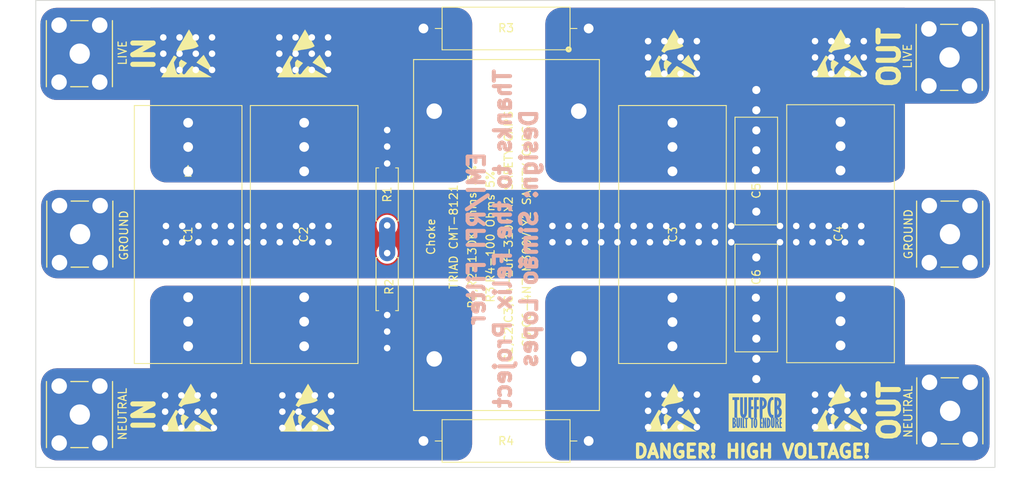
<source format=kicad_pcb>
(kicad_pcb (version 20211014) (generator pcbnew)
  (layers (0 "F.Cu" signal) (31 "B.Cu" signal) (34 "B.Paste" user) (35 "F.Paste" user) (36 "B.SilkS" user "B.Silkscreen") (37 "F.SilkS" user "F.Silkscreen") (38 "B.Mask" user) (39 "F.Mask" user) (44 "Edge.Cuts" user))
  (net 0 "")
  (net 1 "/HOT")
  (net 2 "Net-(C3-Pad1)")
  (net 3 "/NEUTRAL")
  (net 4 "Net-(C3-Pad2)")
  (net 5 "/EARTH")
  (net 6 "Net-(R1-Pad2)")
  (footprint "" (layer "F.Cu") (at 70.8152 113.1288)
    (fp_text reference "" (at 0 0) (layer "F.SilkS") (effects (font (size 1.27 1.27))))
    (fp_text value "" (at 0 0) (layer "F.SilkS") (effects (font (size 1.27 1.27))))
    (pad "1" thru_hole circle locked (at 0 0 270) (size 2.4 2.4) (drill 1.2) (layers *.Cu *.Mask) (net 3 "/NEUTRAL"))
  )
  (footprint "" (layer "F.Cu") (at 81.026 92.5576)
    (fp_text reference "" (at 0 0) (layer "F.SilkS") (effects (font (size 1.27 1.27))))
    (fp_text value "" (at 0 0) (layer "F.SilkS") (effects (font (size 1.27 1.27))))
    (pad "1" thru_hole circle locked (at 0 0 270) (size 1.6 1.6) (drill 0.8) (layers *.Cu *.Mask) (net 1 "/HOT"))
  )
  (footprint "MountingHole:MountingHole_3.2mm_M3" (layer "F.Cu") (at 149.84095 94.488427)
    (fp_text reference "REF**" hide)
    (fp_text value "MountingHole_3.2mm_M3")
    (pad "" np_thru_hole circle locked (at 0 0) (size 3.2 3.2) (drill 3.2) (layers *.Cu *.Mask))
  )
  (footprint "" (layer "F.Cu") (at 70.8152 94.6376)
    (fp_text reference "" (at 0 0) (layer "F.SilkS") (effects (font (size 1.27 1.27))))
    (fp_text value "" (at 0 0) (layer "F.SilkS") (effects (font (size 1.27 1.27))))
    (pad "1" thru_hole circle locked (at 0 0 270) (size 2.4 2.4) (drill 1.2) (layers *.Cu *.Mask) (net 1 "/HOT"))
  )
  (footprint "" (layer "F.Cu") (at 81.026 94.5896)
    (fp_text reference "" (at 0 0) (layer "F.SilkS") (effects (font (size 1.27 1.27))))
    (fp_text value "" (at 0 0) (layer "F.SilkS") (effects (font (size 1.27 1.27))))
    (pad "1" thru_hole circle locked (at 0 0 270) (size 1.6 1.6) (drill 0.8) (layers *.Cu *.Mask) (net 1 "/HOT"))
  )
  (footprint "Custom Library:M4_Screw_Terminal" (layer "F.Cu") (at 40.67175 131.064 90)
    (fp_text reference "J3" hide)
    (fp_text value "Screw_Terminal_01x01" hide)
    (fp_text user "NEUTRAL" (at 3.5664 7.79145 90) (layer "F.SilkS"))
    (pad "1" thru_hole circle locked (at 7.0104 0 90) (size 3 3) (drill 1.905) (layers *.Cu *.Mask) (net 3 "/NEUTRAL"))
    (pad "1" thru_hole circle locked (at 0 5.0038 90) (size 3 3) (drill 1.905) (layers *.Cu *.Mask) (net 3 "/NEUTRAL"))
    (pad "1" thru_hole circle locked (at 0 0 90) (size 3 3) (drill 1.905) (layers *.Cu *.Mask) (net 3 "/NEUTRAL"))
    (pad "1" thru_hole circle locked (at 3.5 2.54 90) (size 5 5) (drill 2.5) (layers *.Cu *.Mask) (net 3 "/NEUTRAL"))
    (pad "1" thru_hole circle locked (at 7.0104 5.0038 90) (size 3 3) (drill 1.905) (layers *.Cu *.Mask) (net 3 "/NEUTRAL"))
  )
  (footprint "Symbol:ESD-Logo_6.6x6mm_SilkScreen" (layer "F.Cu") (at 116.13704 126.6952)
    (fp_text reference "REF**" hide)
    (fp_text value "ESD-Logo_6.6x6mm_SilkScreen" hide)
  )
  (footprint "" (layer "F.Cu") (at 70.8152 116.1288)
    (fp_text reference "" (at 0 0) (layer "F.SilkS") (effects (font (size 1.27 1.27))))
    (fp_text value "" (at 0 0) (layer "F.SilkS") (effects (font (size 1.27 1.27))))
    (pad "1" thru_hole circle locked (at 0 0 270) (size 2.4 2.4) (drill 1.2) (layers *.Cu *.Mask) (net 3 "/NEUTRAL"))
  )
  (footprint "" (layer "F.Cu") (at 126.4412 123.19)
    (fp_text reference "" (at 0 0) (layer "F.SilkS") (effects (font (size 1.27 1.27))))
    (fp_text value "" (at 0 0) (layer "F.SilkS") (effects (font (size 1.27 1.27))))
    (pad "2" thru_hole circle locked (at 0 0 270) (size 2 2) (drill 1) (layers *.Cu *.Mask) (net 4 "Net-(C3-Pad2)"))
  )
  (footprint "Resistor_THT:R_Axial_DIN0516_L15.5mm_D5.0mm_P20.32mm_Horizontal" (layer "F.Cu") (at 85.4964 80.0608)
    (fp_text reference "R3" (at 10.16 -0.0508) (layer "F.SilkS"))
    (fp_text value "R")
    (pad "1" thru_hole circle locked (at 0 0) (size 2.4 2.4) (drill 1.2) (layers *.Cu *.Mask) (net 1 "/HOT"))
    (pad "2" thru_hole oval locked (at 20.32 0) (size 2.4 2.4) (drill 1.2) (layers *.Cu *.Mask) (net 2 "Net-(C3-Pad1)"))
  )
  (footprint "" (layer "F.Cu") (at 56.5404 113.1288)
    (fp_text reference "" (at 0 0) (layer "F.SilkS") (effects (font (size 1.27 1.27))))
    (fp_text value "" (at 0 0) (layer "F.SilkS") (effects (font (size 1.27 1.27))))
    (pad "1" thru_hole circle locked (at 0 0 270) (size 2.4 2.4) (drill 1.2) (layers *.Cu *.Mask) (net 3 "/NEUTRAL"))
  )
  (footprint "Custom Library:IND_CMT-8121" (layer "F.Cu") (at 95.7072 105.473703 -90)
    (fp_text reference "TRIAD CMT-8121" (at 0.203199 6.5024 90) (layer "F.SilkS") (effects (font (size 1.002276 1.002276))))
    (fp_text value locked "Choke" (at 0.2032 9.2964 90) (layer "F.SilkS") (effects (font (size 1.001606 1.001606))))
    (pad "1" thru_hole circle locked (at -15.24 8.89 270) (size 2.8575 2.8575) (drill 1.905) (layers *.Cu *.Mask) (net 1 "/HOT"))
    (pad "2" thru_hole rect locked (at -15.24 -8.89 270) (size 2.8575 2.8575) (drill 1.905) (layers *.Cu *.Mask) (net 2 "Net-(C3-Pad1)"))
    (pad "3" thru_hole circle locked (at 15.24 8.89 270) (size 2.8575 2.8575) (drill 1.905) (layers *.Cu *.Mask) (net 3 "/NEUTRAL"))
    (pad "4" thru_hole circle locked (at 15.24 -8.89 270) (size 2.8575 2.8575) (drill 1.905) (layers *.Cu *.Mask) (net 4 "Net-(C3-Pad2)"))
  )
  (footprint "MountingHole:MountingHole_3.2mm_M3" (layer "F.Cu") (at 42.89425 116.459)
    (fp_text reference "REF**" hide)
    (fp_text value "MountingHole_3.2mm_M3")
    (pad "" np_thru_hole circle locked (at 0 0) (size 3.2 3.2) (drill 3.2) (layers *.Cu *.Mask))
  )
  (footprint "Symbol:ESD-Logo_6.6x6mm_SilkScreen" (layer "F.Cu") (at 136.67624 126.6952)
    (fp_text reference "REF**" hide)
    (fp_text value "ESD-Logo_6.6x6mm_SilkScreen" hide)
  )
  (footprint "" (layer "F.Cu") (at 126.4412 120.7008)
    (fp_text reference "" (at 0 0) (layer "F.SilkS") (effects (font (size 1.27 1.27))))
    (fp_text value "" (at 0 0) (layer "F.SilkS") (effects (font (size 1.27 1.27))))
    (pad "2" thru_hole circle locked (at 0 0 270) (size 2 2) (drill 1) (layers *.Cu *.Mask) (net 4 "Net-(C3-Pad2)"))
  )
  (footprint "Symbol:ESD-Logo_6.6x6mm_SilkScreen" (layer "F.Cu") (at 136.67624 83.1088)
    (fp_text reference "REF**" hide)
    (fp_text value "ESD-Logo_6.6x6mm_SilkScreen" hide)
  )
  (footprint "" (layer "F.Cu") (at 136.8044 113.0808)
    (fp_text reference "" (at 0 0) (layer "F.SilkS") (effects (font (size 1.27 1.27))))
    (fp_text value "" (at 0 0) (layer "F.SilkS") (effects (font (size 1.27 1.27))))
    (pad "2" thru_hole circle locked (at 0 0 270) (size 2.4 2.4) (drill 1.2) (layers *.Cu *.Mask) (net 4 "Net-(C3-Pad2)"))
  )
  (footprint "" (layer "F.Cu") (at 116.1288 97.6376)
    (fp_text reference "" (at 0 0) (layer "F.SilkS") (effects (font (size 1.27 1.27))))
    (fp_text value "" (at 0 0) (layer "F.SilkS") (effects (font (size 1.27 1.27))))
    (pad "1" thru_hole circle locked (at 0 0 270) (size 2.4 2.4) (drill 1.2) (layers *.Cu *.Mask) (net 2 "Net-(C3-Pad1)"))
  )
  (footprint "" (layer "F.Cu") (at 126.4412 115.7224)
    (fp_text reference "" (at 0 0) (layer "F.SilkS") (effects (font (size 1.27 1.27))))
    (fp_text value "" (at 0 0) (layer "F.SilkS") (effects (font (size 1.27 1.27))))
    (pad "2" thru_hole circle locked (at 0 0 270) (size 2 2) (drill 1) (layers *.Cu *.Mask) (net 4 "Net-(C3-Pad2)"))
  )
  (footprint "MountingHole:MountingHole_3.2mm_M3" (layer "F.Cu") (at 149.9108 116.2304)
    (fp_text reference "REF**" hide)
    (fp_text value "MountingHole_3.2mm_M3")
    (pad "" np_thru_hole circle locked (at 0 0) (size 3.2 3.2) (drill 3.2) (layers *.Cu *.Mask))
  )
  (footprint "Capacitor_THT:C_Rect_L31.5mm_W13.0mm_P27.50mm_MKS4" (layer "F.Cu") (at 56.5404 91.66 -90)
    (fp_text reference "C1" (at 13.75 0 90) (layer "F.SilkS"))
    (fp_text value "C")
    (pad "1" thru_hole circle locked (at 0 0 270) (size 2.4 2.4) (drill 1.2) (layers *.Cu *.Mask) (net 1 "/HOT"))
    (pad "2" thru_hole circle locked (at 27.5 0 270) (size 2.4 2.4) (drill 1.2) (layers *.Cu *.Mask) (net 3 "/NEUTRAL"))
  )
  (footprint "Capacitor_THT:C_Rect_L13.0mm_W5.0mm_P10.00mm_FKS3_FKP3_MKS4" (layer "F.Cu") (at 126.4412 108.2224 -90)
    (fp_text reference "C6" (at 2.42 0 90) (layer "F.SilkS"))
    (fp_text value "C")
    (pad "1" thru_hole circle locked (at 0 0 270) (size 2 2) (drill 1) (layers *.Cu *.Mask) (net 5 "/EARTH"))
    (pad "2" thru_hole circle locked (at 10 0 270) (size 2 2) (drill 1) (layers *.Cu *.Mask) (net 4 "Net-(C3-Pad2)"))
  )
  (footprint "Custom Library:M4_Screw_Terminal" (layer "F.Cu") (at 40.70985 108.8644 90)
    (fp_text reference "J5" hide)
    (fp_text value "Screw_Terminal_01x01" hide)
    (fp_text user "GROUND" (at 3.3476 7.9248 270) (layer "F.SilkS"))
    (pad "1" thru_hole circle locked (at 0 5.0038 90) (size 3 3) (drill 1.905) (layers *.Cu *.Mask) (net 5 "/EARTH"))
    (pad "1" thru_hole circle locked (at 3.5 2.54 90) (size 5 5) (drill 2.5) (layers *.Cu *.Mask) (net 5 "/EARTH"))
    (pad "1" thru_hole circle locked (at 7.0104 5.0038 90) (size 3 3) (drill 1.905) (layers *.Cu *.Mask) (net 5 "/EARTH"))
    (pad "1" thru_hole circle locked (at 0 0 90) (size 3 3) (drill 1.905) (layers *.Cu *.Mask) (net 5 "/EARTH"))
    (pad "1" thru_hole circle locked (at 7.0104 0 90) (size 3 3) (drill 1.905) (layers *.Cu *.Mask) (net 5 "/EARTH"))
  )
  (footprint "Custom Library:M4_Screw_Terminal" (layer "F.Cu") (at 147.6756 87.122855 90)
    (fp_text reference "J4" hide)
    (fp_text value "Screw_Terminal_01x01" hide)
    (fp_text user "LIVE" (at 3.6576 -2.62255 90) (layer "F.SilkS"))
    (pad "1" thru_hole circle locked (at 3.5 2.54 90) (size 5 5) (drill 2.5) (layers *.Cu *.Mask) (net 2 "Net-(C3-Pad1)"))
    (pad "1" thru_hole circle locked (at 7.0104 0 90) (size 3 3) (drill 1.905) (layers *.Cu *.Mask) (net 2 "Net-(C3-Pad1)"))
    (pad "1" thru_hole circle locked (at 0 0 90) (size 3 3) (drill 1.905) (layers *.Cu *.Mask) (net 2 "Net-(C3-Pad1)"))
    (pad "1" thru_hole circle locked (at 0 5.0038 90) (size 3 3) (drill 1.905) (layers *.Cu *.Mask) (net 2 "Net-(C3-Pad1)"))
    (pad "1" thru_hole circle locked (at 7.0104 5.0038 90) (size 3 3) (drill 1.905) (layers *.Cu *.Mask) (net 2 "Net-(C3-Pad1)"))
  )
  (footprint "" (layer "F.Cu") (at 56.5404 94.6404)
    (fp_text reference "" (at 0 0) (layer "F.SilkS") (effects (font (size 1.27 1.27))))
    (fp_text value "" (at 0 0) (layer "F.SilkS") (effects (font (size 1.27 1.27))))
    (pad "1" thru_hole circle locked (at 0 0 270) (size 2.4 2.4) (drill 1.2) (layers *.Cu *.Mask) (net 1 "/HOT"))
  )
  (footprint "" (layer "F.Cu") (at 126.3904 97.496)
    (fp_text reference "" (at 0 0) (layer "F.SilkS") (effects (font (size 1.27 1.27))))
    (fp_text value "" (at 0 0) (layer "F.SilkS") (effects (font (size 1.27 1.27))))
    (pad "1" thru_hole circle locked (at 0 0 270) (size 2 2) (drill 1) (layers *.Cu *.Mask) (net 2 "Net-(C3-Pad1)"))
  )
  (footprint "Symbol:ESD-Logo_6.6x6mm_SilkScreen" (layer "F.Cu") (at 116.13704 83.1088)
    (fp_text reference "REF**" hide)
    (fp_text value "ESD-Logo_6.6x6mm_SilkScreen" hide)
  )
  (footprint "Custom Library:Logo 7mm" (layer "F.Cu") (at 126.5428 127.3048)
    (fp_text reference "G***" hide)
    (fp_text value "LOGO" hide)
  )
  (footprint "" (layer "F.Cu") (at 56.5404 97.6404)
    (fp_text reference "1" (at 0 0) (layer "F.SilkS") (effects (font (size 1.27 1.27))))
    (fp_text value "" (at 0 0) (layer "F.SilkS") (effects (font (size 1.27 1.27))))
    (pad "1" thru_hole circle locked (at 0 0 270) (size 2.4 2.4) (drill 1.2) (layers *.Cu *.Mask) (net 1 "/HOT"))
  )
  (footprint "Custom Library:M4_Screw_Terminal" (layer "F.Cu") (at 147.747928 130.6068 90)
    (fp_text reference "J6" hide)
    (fp_text value "Screw_Terminal_01x01" hide)
    (fp_text user "NEUTRAL" (at 3.4036 -2.62255 90) (layer "F.SilkS"))
    (pad "1" thru_hole circle locked (at 0 0 90) (size 3 3) (drill 1.905) (layers *.Cu *.Mask) (net 4 "Net-(C3-Pad2)"))
    (pad "1" thru_hole circle locked (at 7.0104 5.0038 90) (size 3 3) (drill 1.905) (layers *.Cu *.Mask) (net 4 "Net-(C3-Pad2)"))
    (pad "1" thru_hole circle locked (at 0 5.0038 90) (size 3 3) (drill 1.905) (layers *.Cu *.Mask) (net 4 "Net-(C3-Pad2)"))
    (pad "1" thru_hole circle locked (at 7.0104 0 90) (size 3 3) (drill 1.905) (layers *.Cu *.Mask) (net 4 "Net-(C3-Pad2)"))
    (pad "1" thru_hole circle locked (at 3.5 2.54 90) (size 5 5) (drill 2.5) (layers *.Cu *.Mask) (net 4 "Net-(C3-Pad2)"))
  )
  (footprint "" (layer "F.Cu") (at 126.3904 113.1824)
    (fp_text reference "" (at 0 0) (layer "F.SilkS") (effects (font (size 1.27 1.27))))
    (fp_text value "" (at 0 0) (layer "F.SilkS") (effects (font (size 1.27 1.27))))
    (pad "2" thru_hole circle locked (at 0 0 270) (size 2 2) (drill 1) (layers *.Cu *.Mask) (net 4 "Net-(C3-Pad2)"))
  )
  (footprint "" (layer "F.Cu") (at 81.026 119.38)
    (fp_text reference "" (at 0 0) (layer "F.SilkS") (effects (font (size 1.27 1.27))))
    (fp_text value "" (at 0 0) (layer "F.SilkS") (effects (font (size 1.27 1.27))))
    (pad "2" thru_hole oval locked (at 0 0 270) (size 1.6 1.6) (drill 0.8) (layers *.Cu *.Mask) (net 3 "/NEUTRAL"))
  )
  (footprint "Symbol:ESD-Logo_6.6x6mm_SilkScreen" (layer "F.Cu") (at 56.71704 126.6952)
    (fp_text reference "REF**" hide)
    (fp_text value "ESD-Logo_6.6x6mm_SilkScreen" hide)
  )
  (footprint "Custom Library:M4_Screw_Terminal" (layer "F.Cu") (at 147.7264 108.8644 90)
    (fp_text reference "J2" hide)
    (fp_text value "Screw_Terminal_01x01" hide)
    (fp_text user "GROUND" (at 3.5052 -2.57175 270) (layer "F.SilkS"))
    (pad "1" thru_hole circle locked (at 0 0 90) (size 3 3) (drill 1.905) (layers *.Cu *.Mask) (net 5 "/EARTH"))
    (pad "1" thru_hole circle locked (at 3.5 2.54 90) (size 5 5) (drill 2.5) (layers *.Cu *.Mask) (net 5 "/EARTH"))
    (pad "1" thru_hole circle locked (at 7.0104 0 90) (size 3 3) (drill 1.905) (layers *.Cu *.Mask) (net 5 "/EARTH"))
    (pad "1" thru_hole circle locked (at 0 5.0038 90) (size 3 3) (drill 1.905) (layers *.Cu *.Mask) (net 5 "/EARTH"))
    (pad "1" thru_hole circle locked (at 7.0104 5.0038 90) (size 3 3) (drill 1.905) (layers *.Cu *.Mask) (net 5 "/EARTH"))
  )
  (footprint "Resistor_THT:R_Axial_DIN0207_L6.3mm_D2.5mm_P7.62mm_Horizontal" (layer "F.Cu") (at 81.026 96.6724 -90)
    (fp_text reference "R1" (at 3.81 -0.0088 90) (layer "F.SilkS"))
    (fp_text value "R")
    (pad "1" thru_hole circle locked (at 0 0 270) (size 1.6 1.6) (drill 0.8) (layers *.Cu *.Mask) (net 1 "/HOT"))
    (pad "2" thru_hole oval locked (at 7.62 0 270) (size 1.6 1.6) (drill 0.8) (layers *.Cu *.Mask) (net 6 "Net-(R1-Pad2)"))
  )
  (footprint "Capacitor_THT:C_Rect_L13.0mm_W5.0mm_P10.00mm_FKS3_FKP3_MKS4" (layer "F.Cu") (at 126.4412 92.5976 -90)
    (fp_text reference "C5" (at 7.4276 0 90) (layer "F.SilkS"))
    (fp_text value "C")
    (pad "1" thru_hole circle locked (at 0 0 270) (size 2 2) (drill 1) (layers *.Cu *.Mask) (net 2 "Net-(C3-Pad1)"))
    (pad "2" thru_hole circle locked (at 10 0 270) (size 2 2) (drill 1) (layers *.Cu *.Mask) (net 5 "/EARTH"))
  )
  (footprint "Capacitor_THT:C_Rect_L31.5mm_W13.0mm_P27.50mm_MKS4" (layer "F.Cu") (at 136.8044 91.5584 -90)
    (fp_text reference "C4" (at 13.75 0.254 90) (layer "F.SilkS"))
    (fp_text value "C")
    (pad "1" thru_hole circle locked (at 0 0 270) (size 2.4 2.4) (drill 1.2) (layers *.Cu *.Mask) (net 2 "Net-(C3-Pad1)"))
    (pad "2" thru_hole circle locked (at 27.5 0 270) (size 2.4 2.4) (drill 1.2) (layers *.Cu *.Mask) (net 4 "Net-(C3-Pad2)"))
  )
  (footprint "Symbol:ESD-Logo_6.6x6mm_SilkScreen" (layer "F.Cu") (at 70.7644 83.1088)
    (fp_text reference "REF**" hide)
    (fp_text value "ESD-Logo_6.6x6mm_SilkScreen" hide)
  )
  (footprint "" (layer "F.Cu") (at 116.1288 116.1796)
    (fp_text reference "" (at 0 0) (layer "F.SilkS") (effects (font (size 1.27 1.27))))
    (fp_text value "" (at 0 0) (layer "F.SilkS") (effects (font (size 1.27 1.27))))
    (pad "2" thru_hole circle locked (at 0 0 270) (size 2.4 2.4) (drill 1.2) (layers *.Cu *.Mask) (net 4 "Net-(C3-Pad2)"))
  )
  (footprint "Capacitor_THT:C_Rect_L31.5mm_W13.0mm_P27.50mm_MKS4" (layer "F.Cu") (at 70.8152 91.66 -90)
    (fp_text reference "C2" (at 13.75 0.0508 90) (layer "F.SilkS"))
    (fp_text value "C")
    (pad "1" thru_hole circle locked (at 0 0 270) (size 2.4 2.4) (drill 1.2) (layers *.Cu *.Mask) (net 1 "/HOT"))
    (pad "2" thru_hole circle locked (at 27.5 0 270) (size 2.4 2.4) (drill 1.2) (layers *.Cu *.Mask) (net 3 "/NEUTRAL"))
  )
  (footprint "" (layer "F.Cu") (at 126.4412 87.63)
    (fp_text reference "" (at 0 0) (layer "F.SilkS") (effects (font (size 1.27 1.27))))
    (fp_text value "" (at 0 0) (layer "F.SilkS") (effects (font (size 1.27 1.27))))
    (pad "1" thru_hole circle locked (at 0 0 270) (size 2 2) (drill 1) (layers *.Cu *.Mask) (net 2 "Net-(C3-Pad1)"))
  )
  (footprint "" (layer "F.Cu") (at 56.5404 116.1288)
    (fp_text reference "" (at 0 0) (layer "F.SilkS") (effects (font (size 1.27 1.27))))
    (fp_text value "" (at 0 0) (layer "F.SilkS") (effects (font (size 1.27 1.27))))
    (pad "1" thru_hole circle locked (at 0 0 270) (size 2.4 2.4) (drill 1.2) (layers *.Cu *.Mask) (net 3 "/NEUTRAL"))
  )
  (footprint "" (layer "F.Cu") (at 116.1288 113.1824)
    (fp_text reference "" (at 0 0) (layer "F.SilkS") (effects (font (size 1.27 1.27))))
    (fp_text value "" (at 0 0) (layer "F.SilkS") (effects (font (size 1.27 1.27))))
    (pad "2" thru_hole circle locked (at 0 0 270) (size 2.4 2.4) (drill 1.2) (layers *.Cu *.Mask) (net 4 "Net-(C3-Pad2)"))
  )
  (footprint "Custom Library:M4_Screw_Terminal" (layer "F.Cu") (at 40.65905 86.6648 90)
    (fp_text reference "J1" hide)
    (fp_text value "Screw_Terminal_01x01" hide)
    (fp_text user "LIVE" (at 3.6068 7.80415 90) (layer "F.SilkS"))
    (pad "1" thru_hole circle locked (at 3.5 2.54 90) (size 5 5) (drill 2.5) (layers *.Cu *.Mask) (net 1 "/HOT"))
    (pad "1" thru_hole circle locked (at 0 0 90) (size 3 3) (drill 1.905) (layers *.Cu *.Mask) (net 1 "/HOT"))
    (pad "1" thru_hole circle locked (at 0 5.0038 90) (size 3 3) (drill 1.905) (layers *.Cu *.Mask) (net 1 "/HOT"))
    (pad "1" thru_hole circle locked (at 7.0104 5.0038 90) (size 3 3) (drill 1.905) (layers *.Cu *.Mask) (net 1 "/HOT"))
    (pad "1" thru_hole circle locked (at 7.0104 0 90) (size 3 3) (drill 1.905) (layers *.Cu *.Mask) (net 1 "/HOT"))
  )
  (footprint "" (layer "F.Cu") (at 81.026 117.348)
    (fp_text reference "" (at 0 0) (layer "F.SilkS") (effects (font (size 1.27 1.27))))
    (fp_text value "" (at 0 0) (layer "F.SilkS") (effects (font (size 1.27 1.27))))
    (pad "2" thru_hole oval locked (at 0 0 270) (size 1.6 1.6) (drill 0.8) (layers *.Cu *.Mask) (net 3 "/NEUTRAL"))
  )
  (footprint "" (layer "F.Cu") (at 70.8152 97.6376)
    (fp_text reference "" (at 0 0) (layer "F.SilkS") (effects (font (size 1.27 1.27))))
    (fp_text value "" (at 0 0) (layer "F.SilkS") (effects (font (size 1.27 1.27))))
    (pad "1" thru_hole circle locked (at 0 0 270) (size 2.4 2.4) (drill 1.2) (layers *.Cu *.Mask) (net 1 "/HOT"))
  )
  (footprint "" (layer "F.Cu") (at 126.4412 95.0468)
    (fp_text reference "" (at 0 0) (layer "F.SilkS") (effects (font (size 1.27 1.27))))
    (fp_text value "" (at 0 0) (layer "F.SilkS") (effects (font (size 1.27 1.27))))
    (pad "1" thru_hole circle locked (at 0 0 270) (size 2 2) (drill 1) (layers *.Cu *.Mask) (net 2 "Net-(C3-Pad1)"))
  )
  (footprint "" (layer "F.Cu") (at 136.8044 116.078)
    (fp_text reference "" (at 0 0) (layer "F.SilkS") (effects (font (size 1.27 1.27))))
    (fp_text value "" (at 0 0) (layer "F.SilkS") (effects (font (size 1.27 1.27))))
    (pad "2" thru_hole circle locked (at 0 0 270) (size 2.4 2.4) (drill 1.2) (layers *.Cu *.Mask) (net 4 "Net-(C3-Pad2)"))
  )
  (footprint "" (layer "F.Cu") (at 126.4412 90.1192)
    (fp_text reference "" (at 0 0) (layer "F.SilkS") (effects (font (size 1.27 1.27))))
    (fp_text value "" (at 0 0) (layer "F.SilkS") (effects (font (size 1.27 1.27))))
    (pad "1" thru_hole circle locked (at 0 0 270) (size 2 2) (drill 1) (layers *.Cu *.Mask) (net 2 "Net-(C3-Pad1)"))
  )
  (footprint "" (layer "F.Cu") (at 116.1288 94.6404)
    (fp_text reference "" (at 0 0) (layer "F.SilkS") (effects (font (size 1.27 1.27))))
    (fp_text value "" (at 0 0) (layer "F.SilkS") (effects (font (size 1.27 1.27))))
    (pad "1" thru_hole circle locked (at 0 0 270) (size 2.4 2.4) (drill 1.2) (layers *.Cu *.Mask) (net 2 "Net-(C3-Pad1)"))
  )
  (footprint "" (layer "F.Cu") (at 136.8044 94.5388)
    (fp_text reference "" (at 0 0) (layer "F.SilkS") (effects (font (size 1.27 1.27))))
    (fp_text value "" (at 0 0) (layer "F.SilkS") (effects (font (size 1.27 1.27))))
    (pad "1" thru_hole circle locked (at 0 0 270) (size 2.4 2.4) (drill 1.2) (layers *.Cu *.Mask) (net 2 "Net-(C3-Pad1)"))
  )
  (footprint "" (layer "F.Cu") (at 136.8044 97.536)
    (fp_text reference "" (at 0 0) (layer "F.SilkS") (effects (font (size 1.27 1.27))))
    (fp_text value "" (at 0 0) (layer "F.SilkS") (effects (font (size 1.27 1.27))))
    (pad "1" thru_hole circle locked (at 0 0 270) (size 2.4 2.4) (drill 1.2) (layers *.Cu *.Mask) (net 2 "Net-(C3-Pad1)"))
  )
  (footprint "Resistor_THT:R_Axial_DIN0207_L6.3mm_D2.5mm_P7.62mm_Horizontal" (layer "F.Cu") (at 81.026 107.696 -90)
    (fp_text reference "R2" (at 4.146 -0.254 90) (layer "F.SilkS"))
    (fp_text value "R")
    (pad "1" thru_hole circle locked (at 0 0 270) (size 1.6 1.6) (drill 0.8) (layers *.Cu *.Mask) (net 6 "Net-(R1-Pad2)"))
    (pad "2" thru_hole oval locked (at 7.62 0 270) (size 1.6 1.6) (drill 0.8) (layers *.Cu *.Mask) (net 3 "/NEUTRAL"))
  )
  (footprint "Resistor_THT:R_Axial_DIN0516_L15.5mm_D5.0mm_P20.32mm_Horizontal" (layer "F.Cu") (at 85.4964 130.81)
    (fp_text reference "R4" (at 10.16 0) (layer "F.SilkS"))
    (fp_text value "R")
    (pad "1" thru_hole circle locked (at 0 0) (size 2.4 2.4) (drill 1.2) (layers *.Cu *.Mask) (net 3 "/NEUTRAL"))
    (pad "2" thru_hole oval locked (at 20.32 0) (size 2.4 2.4) (drill 1.2) (layers *.Cu *.Mask) (net 4 "Net-(C3-Pad2)"))
  )
  (footprint "Symbol:ESD-Logo_6.6x6mm_SilkScreen" (layer "F.Cu") (at 71.13864 126.6952)
    (fp_text reference "REF**" hide)
    (fp_text value "ESD-Logo_6.6x6mm_SilkScreen" hide)
  )
  (footprint "Symbol:ESD-Logo_6.6x6mm_SilkScreen" (layer "F.Cu") (at 56.4896 83.1088)
    (fp_text reference "REF**" hide)
    (fp_text value "ESD-Logo_6.6x6mm_SilkScreen" hide)
  )
  (footprint "MountingHole:MountingHole_3.2mm_M3" (layer "F.Cu") (at 42.8752 94.2594)
    (fp_text reference "REF**" hide)
    (fp_text value "MountingHole_3.2mm_M3")
    (pad "" np_thru_hole circle locked (at 0 0) (size 3.2 3.2) (drill 3.2) (layers *.Cu *.Mask))
  )
  (footprint "Capacitor_THT:C_Rect_L31.5mm_W13.0mm_P27.50mm_MKS4" (layer "F.Cu") (at 116.1288 91.66 -90)
    (fp_text reference "C3" (at 13.75 -0.0508 90) (layer "F.SilkS"))
    (fp_text value "C")
    (pad "1" thru_hole circle locked (at 0 0 270) (size 2.4 2.4) (drill 1.2) (layers *.Cu *.Mask) (net 2 "Net-(C3-Pad1)"))
    (pad "2" thru_hole circle locked (at 27.5 0 270) (size 2.4 2.4) (drill 1.2) (layers *.Cu *.Mask) (net 4 "Net-(C3-Pad2)"))
  )
  (gr_rect (start 155.8036 134.0612) (end 37.7952 76.6064) (layer "Edge.Cuts") (width 0.1) (fill none))
  (gr_text "EMI/RFI Filter\nThanks to the Felix Project\nDesign: Simão Lopes" (at 95.25 105.918 90) (layer "B.SilkS") (effects (font (size 2 2) (thickness 0.5)) (justify mirror)))
  (gr_text "DANGER! HIGH VOLTAGE!" (at 125.9332 132.08) (layer "F.SilkS") (effects (font (size 1.6 1.6) (thickness 0.4))))
  (gr_text "R3,R4-100 Ohms 5%" (at 93.726916 105.676902 90) (layer "F.SilkS") (effects (font (size 1 1))))
  (gr_text "IN" (at 51.1048 127.5588 90) (layer "F.SilkS") (effects (font (size 2.5 2.5) (thickness 0.625))))
  (gr_text "C5,C6-4N7 M300V Y2 SAFETY CAPS" (at 98.1964 105.676902 90) (layer "F.SilkS") (effects (font (size 1 1))))
  (gr_text "OUT" (at 142.7988 127.101601 90) (layer "F.SilkS") (effects (font (size 2.5 2.5) (thickness 0.625))))
  (gr_text "R1,R2-130K Ohms .5%" (at 91.492174 105.676903 90) (layer "F.SilkS") (effects (font (size 1 1))))
  (gr_text "C1,C2,C3,C4-1uf-310v X2 SAFETY CAPS" (at 95.961658 105.676903 90) (layer "F.SilkS") (effects (font (size 1 1))))
  (gr_text "OUT" (at 142.7988 83.617656 90) (layer "F.SilkS") (effects (font (size 2.5 2.5) (thickness 0.625))))
  (gr_text "IN" (at 51.1048 83.1596 90) (layer "F.SilkS") (effects (font (size 2.5 2.5) (thickness 0.625))))
  (via (at 53.48136 81.1596) (size 1.4) (drill 0.8) (layers "F.Cu" "B.Cu") (net 1))
  (via (at 59.48136 85.1596) (size 1.4) (drill 0.8) (layers "F.Cu" "B.Cu") (net 1))
  (via (at 55.48136 81.1596) (size 1.4) (drill 0.8) (layers "F.Cu" "B.Cu") (net 1))
  (via (at 53.48136 83.1596) (size 1.4) (drill 0.8) (layers "F.Cu" "B.Cu") (net 1))
  (via (at 67.75616 83.1596) (size 1.4) (drill 0.8) (layers "F.Cu" "B.Cu") (net 1))
  (via (at 73.75616 85.1596) (size 1.4) (drill 0.8) (layers "F.Cu" "B.Cu") (net 1))
  (via (at 73.75616 83.1596) (size 1.4) (drill 0.8) (layers "F.Cu" "B.Cu") (net 1))
  (via (at 57.48136 85.1596) (size 1.4) (drill 0.8) (layers "F.Cu" "B.Cu") (net 1))
  (via (at 69.75616 85.1596) (size 1.4) (drill 0.8) (layers "F.Cu" "B.Cu") (net 1))
  (via (at 71.75616 83.1596) (size 1.4) (drill 0.8) (layers "F.Cu" "B.Cu") (net 1))
  (via (at 69.75616 83.1596) (size 1.4) (drill 0.8) (layers "F.Cu" "B.Cu") (net 1))
  (via (at 67.75616 81.1596) (size 1.4) (drill 0.8) (layers "F.Cu" "B.Cu") (net 1))
  (via (at 59.48136 83.1596) (size 1.4) (drill 0.8) (layers "F.Cu" "B.Cu") (net 1))
  (via (at 71.75616 85.1596) (size 1.4) (drill 0.8) (layers "F.Cu" "B.Cu") (net 1))
  (via (at 69.75616 81.1596) (size 1.4) (drill 0.8) (layers "F.Cu" "B.Cu") (net 1))
  (via (at 53.48136 85.1596) (size 1.4) (drill 0.8) (layers "F.Cu" "B.Cu") (net 1))
  (via (at 71.75616 81.1596) (size 1.4) (drill 0.8) (layers "F.Cu" "B.Cu") (net 1))
  (via (at 67.75616 85.1596) (size 1.4) (drill 0.8) (layers "F.Cu" "B.Cu") (net 1))
  (via (at 59.48136 81.1596) (size 1.4) (drill 0.8) (layers "F.Cu" "B.Cu") (net 1))
  (via (at 55.48136 85.1596) (size 1.4) (drill 0.8) (layers "F.Cu" "B.Cu") (net 1))
  (via (at 57.48136 81.1596) (size 1.4) (drill 0.8) (layers "F.Cu" "B.Cu") (net 1))
  (via (at 73.75616 81.1596) (size 1.4) (drill 0.8) (layers "F.Cu" "B.Cu") (net 1))
  (via (at 55.48136 83.1596) (size 1.4) (drill 0.8) (layers "F.Cu" "B.Cu") (net 1))
  (via (at 57.48136 83.1596) (size 1.4) (drill 0.8) (layers "F.Cu" "B.Cu") (net 1))
  (via locked (at 115.1288 83.617655) (size 1.4) (drill 0.8) (layers "F.Cu" "B.Cu") (net 2))
  (via locked (at 115.1288 81.617655) (size 1.4) (drill 0.8) (layers "F.Cu" "B.Cu") (net 2))
  (via locked (at 133.668 83.617655) (size 1.4) (drill 0.8) (layers "F.Cu" "B.Cu") (net 2))
  (via locked (at 119.1288 81.617655) (size 1.4) (drill 0.8) (layers "F.Cu" "B.Cu") (net 2))
  (via locked (at 135.668 83.617655) (size 1.4) (drill 0.8) (layers "F.Cu" "B.Cu") (net 2))
  (via locked (at 119.1288 85.617655) (size 1.4) (drill 0.8) (layers "F.Cu" "B.Cu") (net 2))
  (via locked (at 133.668 85.617655) (size 1.4) (drill 0.8) (layers "F.Cu" "B.Cu") (net 2))
  (via locked (at 135.668 85.617655) (size 1.4) (drill 0.8) (layers "F.Cu" "B.Cu") (net 2))
  (via locked (at 139.668 83.617655) (size 1.4) (drill 0.8) (layers "F.Cu" "B.Cu") (net 2))
  (via locked (at 113.1288 85.617655) (size 1.4) (drill 0.8) (layers "F.Cu" "B.Cu") (net 2))
  (via locked (at 135.668 81.617655) (size 1.4) (drill 0.8) (layers "F.Cu" "B.Cu") (net 2))
  (via locked (at 117.1288 85.617655) (size 1.4) (drill 0.8) (layers "F.Cu" "B.Cu") (net 2))
  (via locked (at 137.668 85.617655) (size 1.4) (drill 0.8) (layers "F.Cu" "B.Cu") (net 2))
  (via locked (at 117.1288 81.617655) (size 1.4) (drill 0.8) (layers "F.Cu" "B.Cu") (net 2))
  (via locked (at 137.668 81.617655) (size 1.4) (drill 0.8) (layers "F.Cu" "B.Cu") (net 2))
  (via locked (at 119.1288 83.617655) (size 1.4) (drill 0.8) (layers "F.Cu" "B.Cu") (net 2))
  (via locked (at 115.1288 85.617655) (size 1.4) (drill 0.8) (layers "F.Cu" "B.Cu") (net 2))
  (via locked (at 113.1288 83.617655) (size 1.4) (drill 0.8) (layers "F.Cu" "B.Cu") (net 2))
  (via locked (at 133.668 81.617655) (size 1.4) (drill 0.8) (layers "F.Cu" "B.Cu") (net 2))
  (via locked (at 117.1288 83.617655) (size 1.4) (drill 0.8) (layers "F.Cu" "B.Cu") (net 2))
  (via locked (at 139.668 85.617655) (size 1.4) (drill 0.8) (layers "F.Cu" "B.Cu") (net 2))
  (via locked (at 137.668 83.617655) (size 1.4) (drill 0.8) (layers "F.Cu" "B.Cu") (net 2))
  (via locked (at 139.668 81.617655) (size 1.4) (drill 0.8) (layers "F.Cu" "B.Cu") (net 2))
  (via locked (at 113.1288 81.617655) (size 1.4) (drill 0.8) (layers "F.Cu" "B.Cu") (net 2))
  (via locked (at 74.1304 129.2032) (size 1.4) (drill 0.8) (layers "F.Cu" "B.Cu") (net 3))
  (via locked (at 68.1304 127.2032) (size 1.4) (drill 0.8) (layers "F.Cu" "B.Cu") (net 3))
  (via locked (at 74.1304 125.2032) (size 1.4) (drill 0.8) (layers "F.Cu" "B.Cu") (net 3))
  (via locked (at 72.1304 127.2032) (size 1.4) (drill 0.8) (layers "F.Cu" "B.Cu") (net 3))
  (via locked (at 72.1304 125.2032) (size 1.4) (drill 0.8) (layers "F.Cu" "B.Cu") (net 3))
  (via locked (at 70.1304 127.2032) (size 1.4) (drill 0.8) (layers "F.Cu" "B.Cu") (net 3))
  (via locked (at 53.7088 127.2032) (size 1.4) (drill 0.8) (layers "F.Cu" "B.Cu") (net 3))
  (via locked (at 59.7088 125.2032) (size 1.4) (drill 0.8) (layers "F.Cu" "B.Cu") (net 3))
  (via locked (at 68.1304 129.2032) (size 1.4) (drill 0.8) (layers "F.Cu" "B.Cu") (net 3))
  (via locked (at 55.7088 125.2032) (size 1.4) (drill 0.8) (layers "F.Cu" "B.Cu") (net 3))
  (via locked (at 70.1304 125.2032) (size 1.4) (drill 0.8) (layers "F.Cu" "B.Cu") (net 3))
  (via locked (at 72.1304 129.2032) (size 1.4) (drill 0.8) (layers "F.Cu" "B.Cu") (net 3))
  (via locked (at 74.1304 127.2032) (size 1.4) (drill 0.8) (layers "F.Cu" "B.Cu") (net 3))
  (via locked (at 53.7088 129.2032) (size 1.4) (drill 0.8) (layers "F.Cu" "B.Cu") (net 3))
  (via locked (at 68.1304 125.2032) (size 1.4) (drill 0.8) (layers "F.Cu" "B.Cu") (net 3))
  (via locked (at 57.7088 125.2032) (size 1.4) (drill 0.8) (layers "F.Cu" "B.Cu") (net 3))
  (via locked (at 59.7088 129.2032) (size 1.4) (drill 0.8) (layers "F.Cu" "B.Cu") (net 3))
  (via locked (at 55.7088 127.2032) (size 1.4) (drill 0.8) (layers "F.Cu" "B.Cu") (net 3))
  (via locked (at 55.7088 129.2032) (size 1.4) (drill 0.8) (layers "F.Cu" "B.Cu") (net 3))
  (via locked (at 57.7088 127.2032) (size 1.4) (drill 0.8) (layers "F.Cu" "B.Cu") (net 3))
  (via locked (at 59.7088 127.2032) (size 1.4) (drill 0.8) (layers "F.Cu" "B.Cu") (net 3))
  (via locked (at 57.7088 129.2032) (size 1.4) (drill 0.8) (layers "F.Cu" "B.Cu") (net 3))
  (via locked (at 53.7088 125.2032) (size 1.4) (drill 0.8) (layers "F.Cu" "B.Cu") (net 3))
  (via locked (at 70.1304 129.2032) (size 1.4) (drill 0.8) (layers "F.Cu" "B.Cu") (net 3))
  (via locked (at 133.668 129.1016) (size 1.4) (drill 0.8) (layers "F.Cu" "B.Cu") (net 4))
  (via locked (at 119.1288 125.1016) (size 1.4) (drill 0.8) (layers "F.Cu" "B.Cu") (net 4))
  (via locked (at 117.1288 127.1016) (size 1.4) (drill 0.8) (layers "F.Cu" "B.Cu") (net 4))
  (via locked (at 119.1288 129.1016) (size 1.4) (drill 0.8) (layers "F.Cu" "B.Cu") (net 4))
  (via locked (at 119.1288 127.1016) (size 1.4) (drill 0.8) (layers "F.Cu" "B.Cu") (net 4))
  (via locked (at 139.668 129.1016) (size 1.4) (drill 0.8) (layers "F.Cu" "B.Cu") (net 4))
  (via locked (at 133.668 127.1016) (size 1.4) (drill 0.8) (layers "F.Cu" "B.Cu") (net 4))
  (via locked (at 115.1288 125.1016) (size 1.4) (drill 0.8) (layers "F.Cu" "B.Cu") (net 4))
  (via locked (at 113.1288 125.1016) (size 1.4) (drill 0.8) (layers "F.Cu" "B.Cu") (net 4))
  (via locked (at 117.1288 129.1016) (size 1.4) (drill 0.8) (layers "F.Cu" "B.Cu") (net 4))
  (via locked (at 113.1288 129.1016) (size 1.4) (drill 0.8) (layers "F.Cu" "B.Cu") (net 4))
  (via locked (at 139.668 127.1016) (size 1.4) (drill 0.8) (layers "F.Cu" "B.Cu") (net 4))
  (via locked (at 139.668 125.1016) (size 1.4) (drill 0.8) (layers "F.Cu" "B.Cu") (net 4))
  (via locked (at 113.1288 127.1016) (size 1.4) (drill 0.8) (layers "F.Cu" "B.Cu") (net 4))
  (via locked (at 137.668 127.1016) (size 1.4) (drill 0.8) (layers "F.Cu" "B.Cu") (net 4))
  (via locked (at 115.1288 127.1016) (size 1.4) (drill 0.8) (layers "F.Cu" "B.Cu") (net 4))
  (via locked (at 115.1288 129.1016) (size 1.4) (drill 0.8) (layers "F.Cu" "B.Cu") (net 4))
  (via locked (at 135.668 125.1016) (size 1.4) (drill 0.8) (layers "F.Cu" "B.Cu") (net 4))
  (via locked (at 137.668 129.1016) (size 1.4) (drill 0.8) (layers "F.Cu" "B.Cu") (net 4))
  (via locked (at 135.668 129.1016) (size 1.4) (drill 0.8) (layers "F.Cu" "B.Cu") (net 4))
  (via locked (at 117.1288 125.1016) (size 1.4) (drill 0.8) (layers "F.Cu" "B.Cu") (net 4))
  (via locked (at 135.668 127.1016) (size 1.4) (drill 0.8) (layers "F.Cu" "B.Cu") (net 4))
  (via locked (at 137.668 125.1016) (size 1.4) (drill 0.8) (layers "F.Cu" "B.Cu") (net 4))
  (via locked (at 133.668 125.1016) (size 1.4) (drill 0.8) (layers "F.Cu" "B.Cu") (net 4))
  (via (at 55.8104 106.3592) (size 1.4) (drill 0.8) (layers "F.Cu" "B.Cu") (net 5))
  (via (at 115.3556 106.3592) (size 1.4) (drill 0.8) (layers "F.Cu" "B.Cu") (net 5))
  (via (at 111.3556 106.3592) (size 1.4) (drill 0.8) (layers "F.Cu" "B.Cu") (net 5))
  (via (at 107.3556 104.3592) (size 1.4) (drill 0.8) (layers "F.Cu" "B.Cu") (net 5))
  (via (at 131.3556 104.3592) (size 1.4) (drill 0.8) (layers "F.Cu" "B.Cu") (net 5))
  (via (at 135.3556 104.3592) (size 1.4) (drill 0.8) (layers "F.Cu" "B.Cu") (net 5))
  (via (at 107.3556 106.3592) (size 1.4) (drill 0.8) (layers "F.Cu" "B.Cu") (net 5))
  (via (at 101.3556 106.3592) (size 1.4) (drill 0.8) (layers "F.Cu" "B.Cu") (net 5))
  (via (at 117.3556 104.3592) (size 1.4) (drill 0.8) (layers "F.Cu" "B.Cu") (net 5))
  (via (at 63.8104 104.3592) (size 1.4) (drill 0.8) (layers "F.Cu" "B.Cu") (net 5))
  (via (at 65.8104 106.3592) (size 1.4) (drill 0.8) (layers "F.Cu" "B.Cu") (net 5))
  (via (at 69.8104 104.3592) (size 1.4) (drill 0.8) (layers "F.Cu" "B.Cu") (net 5))
  (via (at 73.8104 104.3592) (size 1.4) (drill 0.8) (layers "F.Cu" "B.Cu") (net 5))
  (via (at 111.3556 104.3592) (size 1.4) (drill 0.8) (layers "F.Cu" "B.Cu") (net 5))
  (via (at 105.3556 106.3592) (size 1.4) (drill 0.8) (layers "F.Cu" "B.Cu") (net 5))
  (via (at 53.8104 106.3592) (size 1.4) (drill 0.8) (layers "F.Cu" "B.Cu") (net 5))
  (via (at 71.8104 106.3592) (size 1.4) (drill 0.8) (layers "F.Cu" "B.Cu") (net 5))
  (via (at 115.3556 104.3592) (size 1.4) (drill 0.8) (layers "F.Cu" "B.Cu") (net 5))
  (via (at 113.3556 106.3592) (size 1.4) (drill 0.8) (layers "F.Cu" "B.Cu") (net 5))
  (via (at 113.3556 104.3592) (size 1.4) (drill 0.8) (layers "F.Cu" "B.Cu") (net 5))
  (via (at 121.3556 104.3592) (size 1.4) (drill 0.8) (layers "F.Cu" "B.Cu") (net 5))
  (via (at 101.3556 104.3592) (size 1.4) (drill 0.8) (layers "F.Cu" "B.Cu") (net 5))
  (via (at 139.3556 106.3592) (size 1.4) (drill 0.8) (layers "F.Cu" "B.Cu") (net 5))
  (via (at 103.3556 104.3592) (size 1.4) (drill 0.8) (layers "F.Cu" "B.Cu") (net 5))
  (via (at 131.3556 106.3592) (size 1.4) (drill 0.8) (layers "F.Cu" "B.Cu") (net 5))
  (via (at 119.3556 106.3592) (size 1.4) (drill 0.8) (layers "F.Cu" "B.Cu") (net 5))
  (via (at 59.8104 104.3592) (size 1.4) (drill 0.8) (layers "F.Cu" "B.Cu") (net 5))
  (via (at 105.3556 104.3592) (size 1.4) (drill 0.8) (layers "F.Cu" "B.Cu") (net 5))
  (via (at 55.8104 104.3592) (size 1.4) (drill 0.8) (layers "F.Cu" "B.Cu") (net 5))
  (via (at 123.3556 106.3592) (size 1.4) (drill 0.8) (layers "F.Cu" "B.Cu") (net 5))
  (via (at 135.3556 106.3592) (size 1.4) (drill 0.8) (layers "F.Cu" "B.Cu") (net 5))
  (via (at 137.3556 104.3592) (size 1.4) (drill 0.8) (layers "F.Cu" "B.Cu") (net 5))
  (via (at 57.8104 104.3592) (size 1.4) (drill 0.8) (layers "F.Cu" "B.Cu") (net 5))
  (via (at 129.3556 104.3592) (size 1.4) (drill 0.8) (layers "F.Cu" "B.Cu") (net 5))
  (via (at 103.3556 106.3592) (size 1.4) (drill 0.8) (layers "F.Cu" "B.Cu") (net 5))
  (via (at 61.8104 104.3592) (size 1.4) (drill 0.8) (layers "F.Cu" "B.Cu") (net 5))
  (via (at 137.3556 106.3592) (size 1.4) (drill 0.8) (layers "F.Cu" "B.Cu") (net 5))
  (via (at 117.3556 106.3592) (size 1.4) (drill 0.8) (layers "F.Cu" "B.Cu") (net 5))
  (via (at 109.3556 106.3592) (size 1.4) (drill 0.8) (layers "F.Cu" "B.Cu") (net 5))
  (via (at 63.8104 106.3592) (size 1.4) (drill 0.8) (layers "F.Cu" "B.Cu") (net 5))
  (via (at 71.8104 104.3592) (size 1.4) (drill 0.8) (layers "F.Cu" "B.Cu") (net 5))
  (via (at 133.3556 104.3592) (size 1.4) (drill 0.8) (layers "F.Cu" "B.Cu") (net 5))
  (via (at 61.8104 106.3592) (size 1.4) (drill 0.8) (layers "F.Cu" "B.Cu") (net 5))
  (via (at 73.8104 106.3592) (size 1.4) (drill 0.8) (layers "F.Cu" "B.Cu") (net 5))
  (via (at 121.3556 106.3592) (size 1.4) (drill 0.8) (layers "F.Cu" "B.Cu") (net 5))
  (via (at 133.3556 106.3592) (size 1.4) (drill 0.8) (layers "F.Cu" "B.Cu") (net 5))
  (via (at 123.3556 104.3592) (size 1.4) (drill 0.8) (layers "F.Cu" "B.Cu") (net 5))
  (via (at 53.8104 104.3592) (size 1.4) (drill 0.8) (layers "F.Cu" "B.Cu") (net 5))
  (via (at 69.8104 106.3592) (size 1.4) (drill 0.8) (layers "F.Cu" "B.Cu") (net 5))
  (via (at 67.8104 104.3592) (size 1.4) (drill 0.8) (layers "F.Cu" "B.Cu") (net 5))
  (via (at 119.3556 104.3592) (size 1.4) (drill 0.8) (layers "F.Cu" "B.Cu") (net 5))
  (via (at 59.8104 106.3592) (size 1.4) (drill 0.8) (layers "F.Cu" "B.Cu") (net 5))
  (via (at 139.3556 104.3592) (size 1.4) (drill 0.8) (layers "F.Cu" "B.Cu") (net 5))
  (via (at 129.3556 106.3592) (size 1.4) (drill 0.8) (layers "F.Cu" "B.Cu") (net 5))
  (via (at 65.8104 104.3592) (size 1.4) (drill 0.8) (layers "F.Cu" "B.Cu") (net 5))
  (via (at 109.3556 104.3592) (size 1.4) (drill 0.8) (layers "F.Cu" "B.Cu") (net 5))
  (via (at 67.8104 106.3592) (size 1.4) (drill 0.8) (layers "F.Cu" "B.Cu") (net 5))
  (via (at 57.8104 106.3592) (size 1.4) (drill 0.8) (layers "F.Cu" "B.Cu") (net 5))
  (segment (start 81.026 104.2924) (end 81.026 107.696) (width 2) (layer "B.Cu") (net 6))
  (zone (net 2) (net_name "Net-(C3-Pad1)") (layers F&B.Cu) (connect_pads yes (clearance 0.508)) (min_thickness 0.254) (fill yes (thermal_gap 0.508) (thermal_bridge_width 0.508) (smoothing fillet) (radius 2))
    (polygon (pts (xy 144.7292 77.521655) (xy 155.0924 77.521655) (xy 155.0924 89.307255) (xy 144.7292 89.307255) (xy 144.7292 98.997402) (xy 100.4824 98.997402) (xy 100.4824 77.509002) (xy 144.7292 77.509002)))
  )
  (zone (net 1) (net_name "/HOT") (layers F&B.Cu) (connect_pads yes (clearance 0.508)) (min_thickness 0.254) (fill yes (thermal_gap 0.508) (thermal_bridge_width 0.508) (smoothing fillet) (radius 2))
    (polygon (pts (xy 91.4908 98.997402) (xy 51.8668 98.997402) (xy 51.8668 88.8492) (xy 38.365403 88.8492) (xy 38.365403 77.5208) (xy 51.8668 77.5208) (xy 51.8668 77.509002) (xy 91.4908 77.509002)))
  )
  (zone (net 4) (net_name "Net-(C3-Pad2)") (layers F&B.Cu) (connect_pads yes (clearance 0.508)) (min_thickness 0.254) (fill yes (thermal_gap 0.508) (thermal_bridge_width 0.508) (smoothing fillet) (radius 2))
    (polygon (pts (xy 144.725256 121.412) (xy 155.1432 121.412) (xy 155.1432 133.1976) (xy 100.478456 133.1976) (xy 100.478456 111.7092) (xy 144.725256 111.7092)))
  )
  (zone (net 3) (net_name "/NEUTRAL") (layers F&B.Cu) (connect_pads yes (clearance 0.508)) (min_thickness 0.254) (fill yes (thermal_gap 0.508) (thermal_bridge_width 0.508) (smoothing fillet) (radius 2))
    (polygon (pts (xy 91.478392 133.1976) (xy 38.4175 133.1976) (xy 38.4175 121.8692) (xy 51.854392 121.8692) (xy 51.854392 111.7092) (xy 91.478392 111.7092)))
  )
  (zone locked (net 5) (net_name "/EARTH") (layers F&B.Cu) (connect_pads yes (clearance 0.508)) (min_thickness 0.254) (fill yes (thermal_gap 0.508) (thermal_bridge_width 0.508) (smoothing fillet) (radius 2))
    (polygon (pts (xy 155.194 110.7948) (xy 38.4556 110.7948) (xy 38.4556 99.9236) (xy 155.194 99.9236)))
  )
)
</source>
